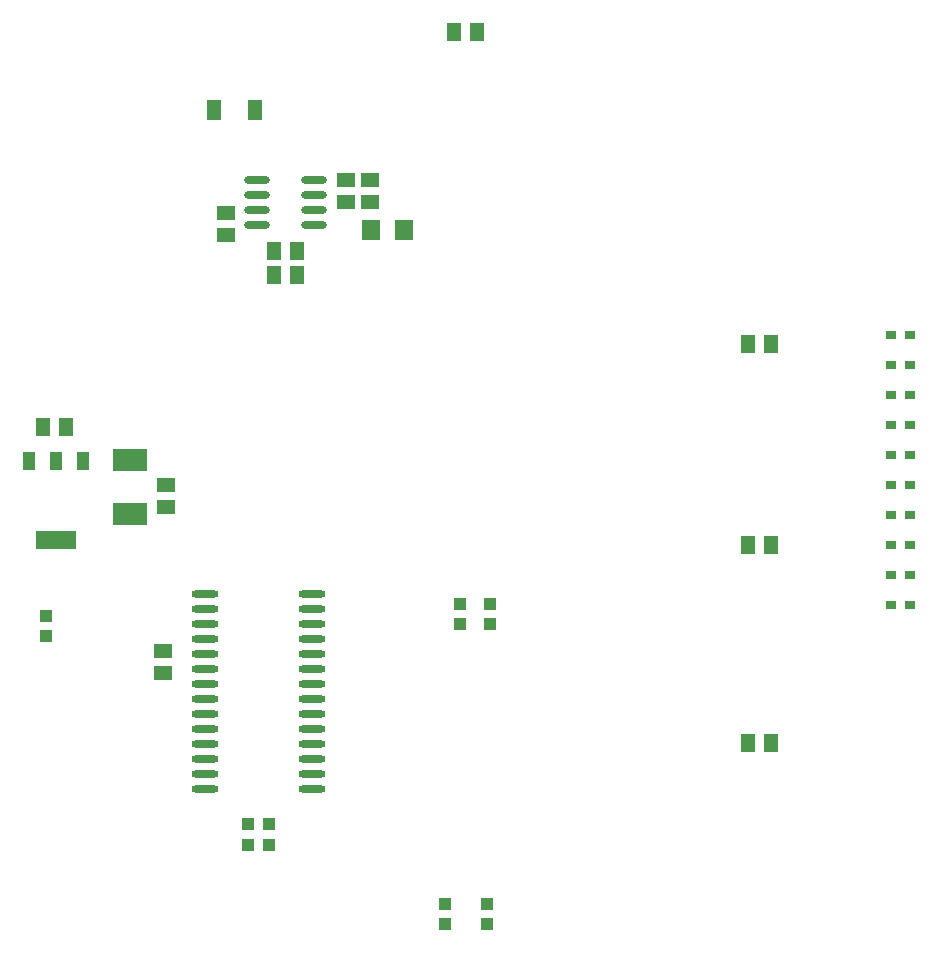
<source format=gtp>
%FSDAX23Y23*%
%MOIN*%
%SFA1B1*%

%IPPOS*%
%ADD10R,0.039400X0.043300*%
%ADD11R,0.059100X0.051200*%
%ADD12R,0.051200X0.059100*%
%ADD13R,0.043300X0.039400*%
%ADD14O,0.090600X0.023600*%
%ADD15R,0.049200X0.066900*%
%ADD16O,0.086600X0.023600*%
%ADD17R,0.063000X0.070900*%
%ADD18R,0.135800X0.061000*%
%ADD19R,0.043300X0.061000*%
%ADD20R,0.043300X0.061000*%
%ADD21R,0.114200X0.072800*%
%ADD22R,0.033500X0.027600*%
%LNde-160516-1*%
%LPD*%
G54D10*
X03490Y01786D03*
Y01853D03*
X02160Y02746D03*
Y02813D03*
X03640Y02786D03*
Y02853D03*
X03540Y02786D03*
Y02853D03*
X03630Y01786D03*
Y01853D03*
G54D11*
X02560Y03249D03*
Y03174D03*
X02550Y02697D03*
Y02622D03*
X02760Y04082D03*
Y04157D03*
X03160Y04192D03*
Y04267D03*
X03240Y04192D03*
Y04267D03*
G54D12*
X04577Y02390D03*
X04502D03*
X02227Y03442D03*
X02152D03*
X02997Y03950D03*
X02922D03*
Y04030D03*
X02997D03*
X03522Y04760D03*
X03597D03*
X04577Y03050D03*
X04502D03*
X04577Y03720D03*
X04502D03*
G54D13*
X02836Y02120D03*
X02903D03*
X02836Y02050D03*
X02903D03*
G54D14*
X03049Y02235D03*
Y02285D03*
Y02335D03*
Y02385D03*
Y02435D03*
Y02485D03*
Y02535D03*
Y02585D03*
Y02635D03*
Y02685D03*
Y02735D03*
Y02785D03*
Y02835D03*
Y02885D03*
X02690Y02235D03*
Y02285D03*
Y02335D03*
Y02385D03*
Y02435D03*
Y02485D03*
Y02535D03*
Y02585D03*
Y02635D03*
Y02685D03*
Y02735D03*
Y02785D03*
Y02835D03*
Y02885D03*
G54D15*
X02859Y04500D03*
X02720D03*
G54D16*
X02865Y04265D03*
Y04215D03*
Y04165D03*
Y04115D03*
X03054Y04265D03*
Y04215D03*
Y04165D03*
Y04115D03*
G54D17*
X03355Y04100D03*
X03244D03*
G54D18*
X02195Y03064D03*
G54D19*
X02104Y03330D03*
X02195D03*
G54D20*
X02285Y03330D03*
G54D21*
X02440Y03151D03*
Y03332D03*
G54D22*
X05040Y03750D03*
X04979D03*
X05040Y03650D03*
X04979D03*
X05040Y03550D03*
X04979D03*
X05040Y03450D03*
X04979D03*
X05040Y03350D03*
X04979D03*
X05040Y03250D03*
X04979D03*
X05040Y03150D03*
X04979D03*
X05040Y03050D03*
X04979D03*
X05040Y02950D03*
X04979D03*
X05040Y02850D03*
X04979D03*
M02*
</source>
